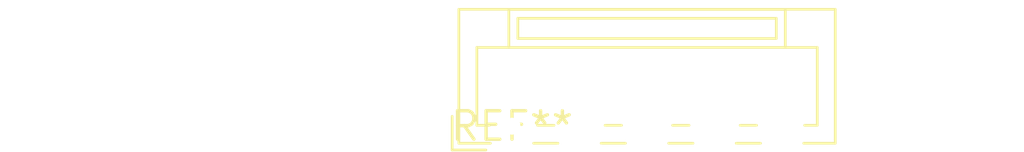
<source format=kicad_pcb>
(kicad_pcb (version 20240108) (generator pcbnew)
  (layers (0 "F.Cu" signal) (31 "B.Cu" signal) (34 "B.Paste" user) (35 "F.Paste" user) (36 "B.SilkS" user "B.Silkscreen") (37 "F.SilkS" user "F.Silkscreen") (38 "B.Mask" user) (39 "F.Mask" user) (44 "Edge.Cuts" user))
  (net 0 "")
  (footprint "JST_ZE_B09B-ZESK-D_1x09_P1.50mm_Vertical" (layer "F.Cu") (at 0 0)
    (property "Reference" "REF**")
    (property "Value" "JST_ZE_B09B-ZESK-D_1x09_P1.50mm_Vertical")
    (fp_line (start -2.66 -0.44) (end -2.66 1.06) (layer "F.SilkS") (stroke (width 0.12)))
    (fp_line (start -2.66 1.06) (end -1.16 1.06) (layer "F.SilkS") (stroke (width 0.12)))
    (fp_line (start -2.36 -5.21) (end 14.36 -5.21) (layer "F.SilkS") (stroke (width 0.12)))
    (fp_line (start -2.36 0.76) (end -2.36 -5.21) (layer "F.SilkS") (stroke (width 0.12)))
    (fp_line (start -1.56 -3.51) (end -1.56 -0.04) (layer "F.SilkS") (stroke (width 0.12)))
    (fp_line (start -1.56 -0.04) (end -1 -0.04) (layer "F.SilkS") (stroke (width 0.12)))
    (fp_line (start -0.96 0.76) (end -2.36 0.76) (layer "F.SilkS") (stroke (width 0.12)))
    (fp_line (start -0.14 -5.21) (end -0.14 -3.51) (layer "F.SilkS") (stroke (width 0.12)))
    (fp_line (start -0.14 -3.51) (end -1.56 -3.51) (layer "F.SilkS") (stroke (width 0.12)))
    (fp_line (start -0.14 -3.51) (end 12.14 -3.51) (layer "F.SilkS") (stroke (width 0.12)))
    (fp_line (start 0.26 -4.81) (end 0.26 -3.91) (layer "F.SilkS") (stroke (width 0.12)))
    (fp_line (start 0.26 -3.91) (end 11.74 -3.91) (layer "F.SilkS") (stroke (width 0.12)))
    (fp_line (start 0.96 0.76) (end 2.04 0.76) (layer "F.SilkS") (stroke (width 0.12)))
    (fp_line (start 1.135 -0.04) (end 1.865 -0.04) (layer "F.SilkS") (stroke (width 0.12)))
    (fp_line (start 3.96 0.76) (end 5.04 0.76) (layer "F.SilkS") (stroke (width 0.12)))
    (fp_line (start 4.135 -0.04) (end 4.865 -0.04) (layer "F.SilkS") (stroke (width 0.12)))
    (fp_line (start 6.96 0.76) (end 8.04 0.76) (layer "F.SilkS") (stroke (width 0.12)))
    (fp_line (start 7.135 -0.04) (end 7.865 -0.04) (layer "F.SilkS") (stroke (width 0.12)))
    (fp_line (start 9.96 0.76) (end 11.04 0.76) (layer "F.SilkS") (stroke (width 0.12)))
    (fp_line (start 10.135 -0.04) (end 10.865 -0.04) (layer "F.SilkS") (stroke (width 0.12)))
    (fp_line (start 11.74 -4.81) (end 0.26 -4.81) (layer "F.SilkS") (stroke (width 0.12)))
    (fp_line (start 11.74 -3.91) (end 11.74 -4.81) (layer "F.SilkS") (stroke (width 0.12)))
    (fp_line (start 12.14 -5.21) (end -0.14 -5.21) (layer "F.SilkS") (stroke (width 0.12)))
    (fp_line (start 12.14 -3.51) (end 12.14 -5.21) (layer "F.SilkS") (stroke (width 0.12)))
    (fp_line (start 12.14 -3.51) (end 13.56 -3.51) (layer "F.SilkS") (stroke (width 0.12)))
    (fp_line (start 13.56 -3.51) (end 13.56 -0.04) (layer "F.SilkS") (stroke (width 0.12)))
    (fp_line (start 13.56 -0.04) (end 13 -0.04) (layer "F.SilkS") (stroke (width 0.12)))
    (fp_line (start 14.36 -5.21) (end 14.36 0.76) (layer "F.SilkS") (stroke (width 0.12)))
    (fp_line (start 14.36 0.76) (end 12.96 0.76) (layer "F.SilkS") (stroke (width 0.12)))
    (pad "1" thru_hole custom (at 0 0) (size 1.117157 1.117157) (drill 0.75) (layers *.Cu *.Mask) (remove_unused_layers) (options (clearance outline) (anchor circle)) (primitives (gr_poly (pts (xy 0.45 -0.225) (xy 0.45 0.625) (xy -0.45 0.625) (xy -0.45 -0.625) (xy 0.05 -0.625)) (width 0.5) (fill yes))))
    (pad "2" thru_hole oval (at 1.5 -2) (size 1.4 1.75) (drill 0.75) (layers *.Cu *.Mask) (remove_unused_layers))
    (pad "3" thru_hole oval (at 3 0) (size 1.4 1.75) (drill 0.75) (layers *.Cu *.Mask) (remove_unused_layers))
    (pad "4" thru_hole oval (at 4.5 -2) (size 1.4 1.75) (drill 0.75) (layers *.Cu *.Mask) (remove_unused_layers))
    (pad "5" thru_hole oval (at 6 0) (size 1.4 1.75) (drill 0.75) (layers *.Cu *.Mask) (remove_unused_layers))
    (pad "6" thru_hole oval (at 7.5 -2) (size 1.4 1.75) (drill 0.75) (layers *.Cu *.Mask) (remove_unused_layers))
    (pad "7" thru_hole oval (at 9 0) (size 1.4 1.75) (drill 0.75) (layers *.Cu *.Mask) (remove_unused_layers))
    (pad "8" thru_hole oval (at 10.5 -2) (size 1.4 1.75) (drill 0.75) (layers *.Cu *.Mask) (remove_unused_layers))
    (pad "9" thru_hole oval (at 12 0) (size 1.4 1.75) (drill 0.75) (layers *.Cu *.Mask) (remove_unused_layers))
  )
)
</source>
